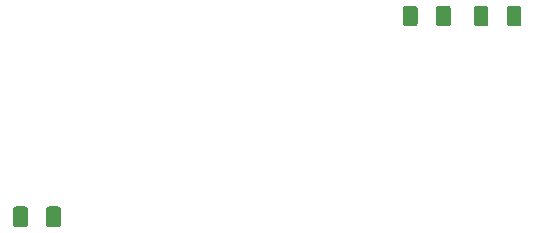
<source format=gbr>
G04 #@! TF.GenerationSoftware,KiCad,Pcbnew,(5.0.1)-3*
G04 #@! TF.CreationDate,2019-12-23T10:27:59+01:00*
G04 #@! TF.ProjectId,TDA2050 64W,54444132303530203634572E6B696361,rev?*
G04 #@! TF.SameCoordinates,PX68e7780PY7365040*
G04 #@! TF.FileFunction,Paste,Top*
G04 #@! TF.FilePolarity,Positive*
%FSLAX46Y46*%
G04 Gerber Fmt 4.6, Leading zero omitted, Abs format (unit mm)*
G04 Created by KiCad (PCBNEW (5.0.1)-3) date 23/12/2019 10:27:59*
%MOMM*%
%LPD*%
G01*
G04 APERTURE LIST*
%ADD10C,0.050800*%
%ADD11C,1.250000*%
G04 APERTURE END LIST*
D10*
G04 #@! TO.C,D1*
G36*
X66799504Y36873796D02*
X66823773Y36870196D01*
X66847571Y36864235D01*
X66870671Y36855970D01*
X66892849Y36845480D01*
X66913893Y36832867D01*
X66933598Y36818253D01*
X66951777Y36801777D01*
X66968253Y36783598D01*
X66982867Y36763893D01*
X66995480Y36742849D01*
X67005970Y36720671D01*
X67014235Y36697571D01*
X67020196Y36673773D01*
X67023796Y36649504D01*
X67025000Y36625000D01*
X67025000Y35375000D01*
X67023796Y35350496D01*
X67020196Y35326227D01*
X67014235Y35302429D01*
X67005970Y35279329D01*
X66995480Y35257151D01*
X66982867Y35236107D01*
X66968253Y35216402D01*
X66951777Y35198223D01*
X66933598Y35181747D01*
X66913893Y35167133D01*
X66892849Y35154520D01*
X66870671Y35144030D01*
X66847571Y35135765D01*
X66823773Y35129804D01*
X66799504Y35126204D01*
X66775000Y35125000D01*
X66025000Y35125000D01*
X66000496Y35126204D01*
X65976227Y35129804D01*
X65952429Y35135765D01*
X65929329Y35144030D01*
X65907151Y35154520D01*
X65886107Y35167133D01*
X65866402Y35181747D01*
X65848223Y35198223D01*
X65831747Y35216402D01*
X65817133Y35236107D01*
X65804520Y35257151D01*
X65794030Y35279329D01*
X65785765Y35302429D01*
X65779804Y35326227D01*
X65776204Y35350496D01*
X65775000Y35375000D01*
X65775000Y36625000D01*
X65776204Y36649504D01*
X65779804Y36673773D01*
X65785765Y36697571D01*
X65794030Y36720671D01*
X65804520Y36742849D01*
X65817133Y36763893D01*
X65831747Y36783598D01*
X65848223Y36801777D01*
X65866402Y36818253D01*
X65886107Y36832867D01*
X65907151Y36845480D01*
X65929329Y36855970D01*
X65952429Y36864235D01*
X65976227Y36870196D01*
X66000496Y36873796D01*
X66025000Y36875000D01*
X66775000Y36875000D01*
X66799504Y36873796D01*
X66799504Y36873796D01*
G37*
D11*
X66400000Y36000000D03*
D10*
G36*
X63999504Y36873796D02*
X64023773Y36870196D01*
X64047571Y36864235D01*
X64070671Y36855970D01*
X64092849Y36845480D01*
X64113893Y36832867D01*
X64133598Y36818253D01*
X64151777Y36801777D01*
X64168253Y36783598D01*
X64182867Y36763893D01*
X64195480Y36742849D01*
X64205970Y36720671D01*
X64214235Y36697571D01*
X64220196Y36673773D01*
X64223796Y36649504D01*
X64225000Y36625000D01*
X64225000Y35375000D01*
X64223796Y35350496D01*
X64220196Y35326227D01*
X64214235Y35302429D01*
X64205970Y35279329D01*
X64195480Y35257151D01*
X64182867Y35236107D01*
X64168253Y35216402D01*
X64151777Y35198223D01*
X64133598Y35181747D01*
X64113893Y35167133D01*
X64092849Y35154520D01*
X64070671Y35144030D01*
X64047571Y35135765D01*
X64023773Y35129804D01*
X63999504Y35126204D01*
X63975000Y35125000D01*
X63225000Y35125000D01*
X63200496Y35126204D01*
X63176227Y35129804D01*
X63152429Y35135765D01*
X63129329Y35144030D01*
X63107151Y35154520D01*
X63086107Y35167133D01*
X63066402Y35181747D01*
X63048223Y35198223D01*
X63031747Y35216402D01*
X63017133Y35236107D01*
X63004520Y35257151D01*
X62994030Y35279329D01*
X62985765Y35302429D01*
X62979804Y35326227D01*
X62976204Y35350496D01*
X62975000Y35375000D01*
X62975000Y36625000D01*
X62976204Y36649504D01*
X62979804Y36673773D01*
X62985765Y36697571D01*
X62994030Y36720671D01*
X63004520Y36742849D01*
X63017133Y36763893D01*
X63031747Y36783598D01*
X63048223Y36801777D01*
X63066402Y36818253D01*
X63086107Y36832867D01*
X63107151Y36845480D01*
X63129329Y36855970D01*
X63152429Y36864235D01*
X63176227Y36870196D01*
X63200496Y36873796D01*
X63225000Y36875000D01*
X63975000Y36875000D01*
X63999504Y36873796D01*
X63999504Y36873796D01*
G37*
D11*
X63600000Y36000000D03*
G04 #@! TD*
D10*
G04 #@! TO.C,R4*
G36*
X24999504Y19873796D02*
X25023773Y19870196D01*
X25047571Y19864235D01*
X25070671Y19855970D01*
X25092849Y19845480D01*
X25113893Y19832867D01*
X25133598Y19818253D01*
X25151777Y19801777D01*
X25168253Y19783598D01*
X25182867Y19763893D01*
X25195480Y19742849D01*
X25205970Y19720671D01*
X25214235Y19697571D01*
X25220196Y19673773D01*
X25223796Y19649504D01*
X25225000Y19625000D01*
X25225000Y18375000D01*
X25223796Y18350496D01*
X25220196Y18326227D01*
X25214235Y18302429D01*
X25205970Y18279329D01*
X25195480Y18257151D01*
X25182867Y18236107D01*
X25168253Y18216402D01*
X25151777Y18198223D01*
X25133598Y18181747D01*
X25113893Y18167133D01*
X25092849Y18154520D01*
X25070671Y18144030D01*
X25047571Y18135765D01*
X25023773Y18129804D01*
X24999504Y18126204D01*
X24975000Y18125000D01*
X24225000Y18125000D01*
X24200496Y18126204D01*
X24176227Y18129804D01*
X24152429Y18135765D01*
X24129329Y18144030D01*
X24107151Y18154520D01*
X24086107Y18167133D01*
X24066402Y18181747D01*
X24048223Y18198223D01*
X24031747Y18216402D01*
X24017133Y18236107D01*
X24004520Y18257151D01*
X23994030Y18279329D01*
X23985765Y18302429D01*
X23979804Y18326227D01*
X23976204Y18350496D01*
X23975000Y18375000D01*
X23975000Y19625000D01*
X23976204Y19649504D01*
X23979804Y19673773D01*
X23985765Y19697571D01*
X23994030Y19720671D01*
X24004520Y19742849D01*
X24017133Y19763893D01*
X24031747Y19783598D01*
X24048223Y19801777D01*
X24066402Y19818253D01*
X24086107Y19832867D01*
X24107151Y19845480D01*
X24129329Y19855970D01*
X24152429Y19864235D01*
X24176227Y19870196D01*
X24200496Y19873796D01*
X24225000Y19875000D01*
X24975000Y19875000D01*
X24999504Y19873796D01*
X24999504Y19873796D01*
G37*
D11*
X24600000Y19000000D03*
D10*
G36*
X27799504Y19873796D02*
X27823773Y19870196D01*
X27847571Y19864235D01*
X27870671Y19855970D01*
X27892849Y19845480D01*
X27913893Y19832867D01*
X27933598Y19818253D01*
X27951777Y19801777D01*
X27968253Y19783598D01*
X27982867Y19763893D01*
X27995480Y19742849D01*
X28005970Y19720671D01*
X28014235Y19697571D01*
X28020196Y19673773D01*
X28023796Y19649504D01*
X28025000Y19625000D01*
X28025000Y18375000D01*
X28023796Y18350496D01*
X28020196Y18326227D01*
X28014235Y18302429D01*
X28005970Y18279329D01*
X27995480Y18257151D01*
X27982867Y18236107D01*
X27968253Y18216402D01*
X27951777Y18198223D01*
X27933598Y18181747D01*
X27913893Y18167133D01*
X27892849Y18154520D01*
X27870671Y18144030D01*
X27847571Y18135765D01*
X27823773Y18129804D01*
X27799504Y18126204D01*
X27775000Y18125000D01*
X27025000Y18125000D01*
X27000496Y18126204D01*
X26976227Y18129804D01*
X26952429Y18135765D01*
X26929329Y18144030D01*
X26907151Y18154520D01*
X26886107Y18167133D01*
X26866402Y18181747D01*
X26848223Y18198223D01*
X26831747Y18216402D01*
X26817133Y18236107D01*
X26804520Y18257151D01*
X26794030Y18279329D01*
X26785765Y18302429D01*
X26779804Y18326227D01*
X26776204Y18350496D01*
X26775000Y18375000D01*
X26775000Y19625000D01*
X26776204Y19649504D01*
X26779804Y19673773D01*
X26785765Y19697571D01*
X26794030Y19720671D01*
X26804520Y19742849D01*
X26817133Y19763893D01*
X26831747Y19783598D01*
X26848223Y19801777D01*
X26866402Y19818253D01*
X26886107Y19832867D01*
X26907151Y19845480D01*
X26929329Y19855970D01*
X26952429Y19864235D01*
X26976227Y19870196D01*
X27000496Y19873796D01*
X27025000Y19875000D01*
X27775000Y19875000D01*
X27799504Y19873796D01*
X27799504Y19873796D01*
G37*
D11*
X27400000Y19000000D03*
G04 #@! TD*
D10*
G04 #@! TO.C,R16*
G36*
X60799504Y36873796D02*
X60823773Y36870196D01*
X60847571Y36864235D01*
X60870671Y36855970D01*
X60892849Y36845480D01*
X60913893Y36832867D01*
X60933598Y36818253D01*
X60951777Y36801777D01*
X60968253Y36783598D01*
X60982867Y36763893D01*
X60995480Y36742849D01*
X61005970Y36720671D01*
X61014235Y36697571D01*
X61020196Y36673773D01*
X61023796Y36649504D01*
X61025000Y36625000D01*
X61025000Y35375000D01*
X61023796Y35350496D01*
X61020196Y35326227D01*
X61014235Y35302429D01*
X61005970Y35279329D01*
X60995480Y35257151D01*
X60982867Y35236107D01*
X60968253Y35216402D01*
X60951777Y35198223D01*
X60933598Y35181747D01*
X60913893Y35167133D01*
X60892849Y35154520D01*
X60870671Y35144030D01*
X60847571Y35135765D01*
X60823773Y35129804D01*
X60799504Y35126204D01*
X60775000Y35125000D01*
X60025000Y35125000D01*
X60000496Y35126204D01*
X59976227Y35129804D01*
X59952429Y35135765D01*
X59929329Y35144030D01*
X59907151Y35154520D01*
X59886107Y35167133D01*
X59866402Y35181747D01*
X59848223Y35198223D01*
X59831747Y35216402D01*
X59817133Y35236107D01*
X59804520Y35257151D01*
X59794030Y35279329D01*
X59785765Y35302429D01*
X59779804Y35326227D01*
X59776204Y35350496D01*
X59775000Y35375000D01*
X59775000Y36625000D01*
X59776204Y36649504D01*
X59779804Y36673773D01*
X59785765Y36697571D01*
X59794030Y36720671D01*
X59804520Y36742849D01*
X59817133Y36763893D01*
X59831747Y36783598D01*
X59848223Y36801777D01*
X59866402Y36818253D01*
X59886107Y36832867D01*
X59907151Y36845480D01*
X59929329Y36855970D01*
X59952429Y36864235D01*
X59976227Y36870196D01*
X60000496Y36873796D01*
X60025000Y36875000D01*
X60775000Y36875000D01*
X60799504Y36873796D01*
X60799504Y36873796D01*
G37*
D11*
X60400000Y36000000D03*
D10*
G36*
X57999504Y36873796D02*
X58023773Y36870196D01*
X58047571Y36864235D01*
X58070671Y36855970D01*
X58092849Y36845480D01*
X58113893Y36832867D01*
X58133598Y36818253D01*
X58151777Y36801777D01*
X58168253Y36783598D01*
X58182867Y36763893D01*
X58195480Y36742849D01*
X58205970Y36720671D01*
X58214235Y36697571D01*
X58220196Y36673773D01*
X58223796Y36649504D01*
X58225000Y36625000D01*
X58225000Y35375000D01*
X58223796Y35350496D01*
X58220196Y35326227D01*
X58214235Y35302429D01*
X58205970Y35279329D01*
X58195480Y35257151D01*
X58182867Y35236107D01*
X58168253Y35216402D01*
X58151777Y35198223D01*
X58133598Y35181747D01*
X58113893Y35167133D01*
X58092849Y35154520D01*
X58070671Y35144030D01*
X58047571Y35135765D01*
X58023773Y35129804D01*
X57999504Y35126204D01*
X57975000Y35125000D01*
X57225000Y35125000D01*
X57200496Y35126204D01*
X57176227Y35129804D01*
X57152429Y35135765D01*
X57129329Y35144030D01*
X57107151Y35154520D01*
X57086107Y35167133D01*
X57066402Y35181747D01*
X57048223Y35198223D01*
X57031747Y35216402D01*
X57017133Y35236107D01*
X57004520Y35257151D01*
X56994030Y35279329D01*
X56985765Y35302429D01*
X56979804Y35326227D01*
X56976204Y35350496D01*
X56975000Y35375000D01*
X56975000Y36625000D01*
X56976204Y36649504D01*
X56979804Y36673773D01*
X56985765Y36697571D01*
X56994030Y36720671D01*
X57004520Y36742849D01*
X57017133Y36763893D01*
X57031747Y36783598D01*
X57048223Y36801777D01*
X57066402Y36818253D01*
X57086107Y36832867D01*
X57107151Y36845480D01*
X57129329Y36855970D01*
X57152429Y36864235D01*
X57176227Y36870196D01*
X57200496Y36873796D01*
X57225000Y36875000D01*
X57975000Y36875000D01*
X57999504Y36873796D01*
X57999504Y36873796D01*
G37*
D11*
X57600000Y36000000D03*
G04 #@! TD*
M02*

</source>
